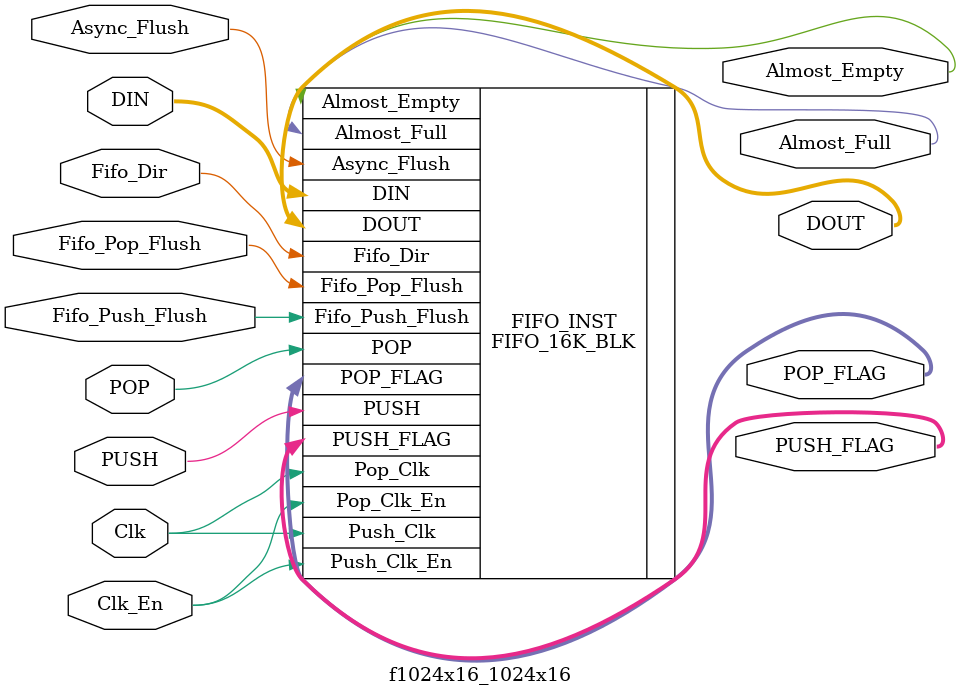
<source format=v>
module f1024x16_1024x16 (DIN,Fifo_Push_Flush,Fifo_Pop_Flush,PUSH,POP,Clk,Clk_En,Fifo_Dir,Async_Flush,Almost_Full,Almost_Empty,PUSH_FLAG,POP_FLAG,DOUT);

input Fifo_Push_Flush,Fifo_Pop_Flush;
input Clk;
input PUSH,POP;
input [15:0] DIN;
input Clk_En,Fifo_Dir,Async_Flush;
output [15:0] DOUT;
output [3:0] PUSH_FLAG,POP_FLAG;
output Almost_Full,Almost_Empty;

parameter data_depth_int = 1024;
parameter data_width_int = 16;
parameter reg_rd_int = 0;
parameter sync_fifo_int = 1;

FIFO_16K_BLK  # (.data_depth_int(data_depth_int),.data_width_int(data_width_int),.reg_rd_int(reg_rd_int),.sync_fifo_int(sync_fifo_int)
        				 ) 
  FIFO_INST    (
                .DIN(DIN),
                .PUSH(PUSH),
                .POP(POP),
                .Fifo_Push_Flush(Fifo_Push_Flush),
                .Fifo_Pop_Flush(Fifo_Pop_Flush),
                .Push_Clk(Clk),
                .Pop_Clk(Clk),
                .PUSH_FLAG(PUSH_FLAG),
                .POP_FLAG(POP_FLAG),
                .Push_Clk_En(Clk_En),
                .Pop_Clk_En(Clk_En),
                .Fifo_Dir(Fifo_Dir),
                .Async_Flush(Async_Flush),
                .Almost_Full(Almost_Full),
                .Almost_Empty(Almost_Empty),
                .DOUT(DOUT)				
                );
				
endmodule

</source>
